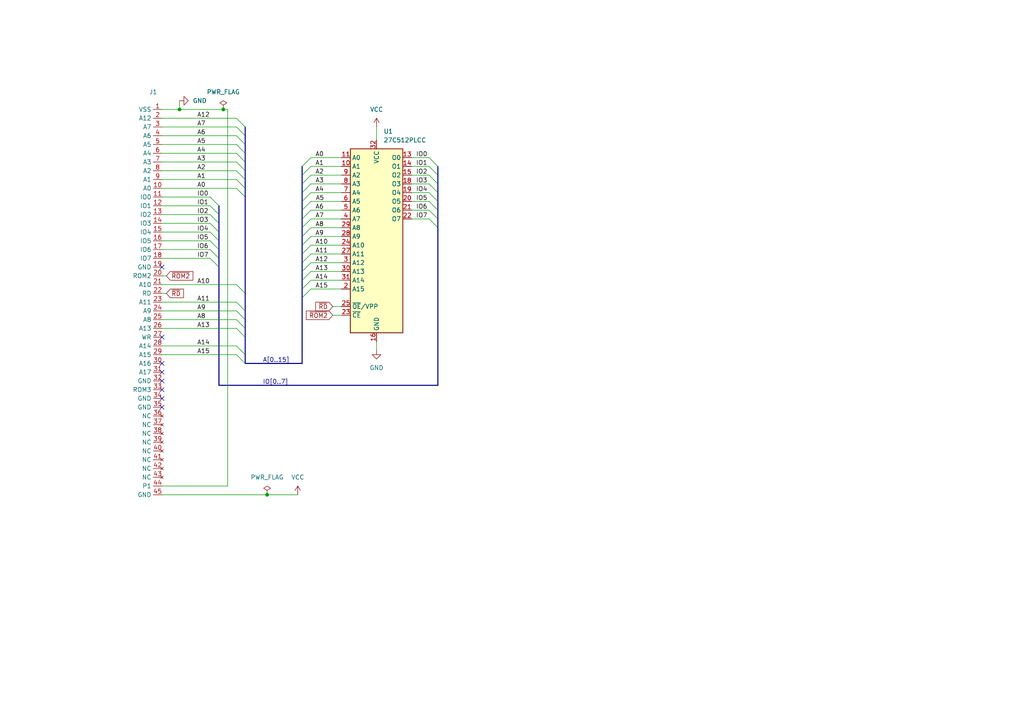
<source format=kicad_sch>
(kicad_sch (version 20211123) (generator eeschema)
  (paper "A4")
  (lib_symbols
    (symbol "Memory_EPROM:27C512PLCC"
      (property "Reference" "U" (at -7.62 26.67 0))
      (property "Value" "27C512PLCC" (at 2.54 -29.21 0))
      (symbol "27C512PLCC_1_1"
        (rectangle (start -7.62 25.4) (end 7.62 -27.94) (stroke (width 0.254)) (fill (type background)))
        (pin no_connect line (at 7.62 -17.78 180) (length 2.54) hide (name "NC") (number "1"))
        (pin input line (at -10.16 20.32 0) (length 2.54) (name "A1") (number "10"))
        (pin input line (at -10.16 22.86 0) (length 2.54) (name "A0") (number "11"))
        (pin no_connect line (at 7.62 -22.86 180) (length 2.54) hide (name "NC") (number "12"))
        (pin tri_state line (at 10.16 22.86 180) (length 2.54) (name "O0") (number "13"))
        (pin tri_state line (at 10.16 20.32 180) (length 2.54) (name "O1") (number "14"))
        (pin tri_state line (at 10.16 17.78 180) (length 2.54) (name "O2") (number "15"))
        (pin power_in line (at 0 -30.48 90) (length 2.54) (name "GND") (number "16"))
        (pin no_connect line (at 7.62 -20.32 180) (length 2.54) hide (name "NC") (number "17"))
        (pin tri_state line (at 10.16 15.24 180) (length 2.54) (name "O3") (number "18"))
        (pin tri_state line (at 10.16 12.7 180) (length 2.54) (name "O4") (number "19"))
        (pin input line (at -10.16 -15.24 0) (length 2.54) (name "A15") (number "2"))
        (pin tri_state line (at 10.16 10.16 180) (length 2.54) (name "O5") (number "20"))
        (pin tri_state line (at 10.16 7.62 180) (length 2.54) (name "O6") (number "21"))
        (pin tri_state line (at 10.16 5.08 180) (length 2.54) (name "O7") (number "22"))
        (pin input line (at -10.16 -22.86 0) (length 2.54) (name "~{CE}") (number "23"))
        (pin input line (at -10.16 -2.54 0) (length 2.54) (name "A10") (number "24"))
        (pin input line (at -10.16 -20.32 0) (length 2.54) (name "~{OE}/VPP") (number "25"))
        (pin no_connect line (at 7.62 -25.4 180) (length 2.54) hide (name "NC") (number "26"))
        (pin input line (at -10.16 -5.08 0) (length 2.54) (name "A11") (number "27"))
        (pin input line (at -10.16 0 0) (length 2.54) (name "A9") (number "28"))
        (pin input line (at -10.16 2.54 0) (length 2.54) (name "A8") (number "29"))
        (pin input line (at -10.16 -7.62 0) (length 2.54) (name "A12") (number "3"))
        (pin input line (at -10.16 -10.16 0) (length 2.54) (name "A13") (number "30"))
        (pin input line (at -10.16 -12.7 0) (length 2.54) (name "A14") (number "31"))
        (pin power_in line (at 0 27.94 270) (length 2.54) (name "VCC") (number "32"))
        (pin input line (at -10.16 5.08 0) (length 2.54) (name "A7") (number "4"))
        (pin input line (at -10.16 7.62 0) (length 2.54) (name "A6") (number "5"))
        (pin input line (at -10.16 10.16 0) (length 2.54) (name "A5") (number "6"))
        (pin input line (at -10.16 12.7 0) (length 2.54) (name "A4") (number "7"))
        (pin input line (at -10.16 15.24 0) (length 2.54) (name "A3") (number "8"))
        (pin input line (at -10.16 17.78 0) (length 2.54) (name "A2") (number "9"))
      )
    )
    (symbol "custom:casio_connector_45pins"
      (property "Reference" "J" (at 0 2.54 0))
      (property "Value" "casio_connector_45pins" (at 0 0 0))
      (symbol "casio_connector_45pins_1_1"
        (pin passive line (at 2.54 -2.54 180) (length 2.54) (name "VSS") (number "1"))
        (pin passive line (at 2.54 -25.4 180) (length 2.54) (name "A0") (number "10"))
        (pin passive line (at 2.54 -27.94 180) (length 2.54) (name "IO0") (number "11"))
        (pin passive line (at 2.54 -30.48 180) (length 2.54) (name "IO1") (number "12"))
        (pin passive line (at 2.54 -33.02 180) (length 2.54) (name "IO2") (number "13"))
        (pin passive line (at 2.54 -35.56 180) (length 2.54) (name "IO3") (number "14"))
        (pin passive line (at 2.54 -38.1 180) (length 2.54) (name "IO4") (number "15"))
        (pin passive line (at 2.54 -40.64 180) (length 2.54) (name "IO5") (number "16"))
        (pin passive line (at 2.54 -43.18 180) (length 2.54) (name "IO6") (number "17"))
        (pin passive line (at 2.54 -45.72 180) (length 2.54) (name "IO7") (number "18"))
        (pin passive line (at 2.54 -48.26 180) (length 2.54) (name "GND") (number "19"))
        (pin passive line (at 2.54 -5.08 180) (length 2.54) (name "A12") (number "2"))
        (pin passive line (at 2.54 -50.8 180) (length 2.54) (name "ROM2") (number "20"))
        (pin passive line (at 2.54 -53.34 180) (length 2.54) (name "A10") (number "21"))
        (pin passive line (at 2.54 -55.88 180) (length 2.54) (name "RD") (number "22"))
        (pin passive line (at 2.54 -58.42 180) (length 2.54) (name "A11") (number "23"))
        (pin passive line (at 2.54 -60.96 180) (length 2.54) (name "A9") (number "24"))
        (pin passive line (at 2.54 -63.5 180) (length 2.54) (name "A8") (number "25"))
        (pin passive line (at 2.54 -66.04 180) (length 2.54) (name "A13") (number "26"))
        (pin passive line (at 2.54 -68.58 180) (length 2.54) (name "WR") (number "27"))
        (pin passive line (at 2.54 -71.12 180) (length 2.54) (name "A14") (number "28"))
        (pin passive line (at 2.54 -73.66 180) (length 2.54) (name "A15") (number "29"))
        (pin passive line (at 2.54 -7.62 180) (length 2.54) (name "A7") (number "3"))
        (pin passive line (at 2.54 -76.2 180) (length 2.54) (name "A16") (number "30"))
        (pin passive line (at 2.54 -78.74 180) (length 2.54) (name "A17") (number "31"))
        (pin passive line (at 2.54 -81.28 180) (length 2.54) (name "GND") (number "32"))
        (pin passive line (at 2.54 -83.82 180) (length 2.54) (name "ROM3") (number "33"))
        (pin passive line (at 2.54 -86.36 180) (length 2.54) (name "GND") (number "34"))
        (pin passive line (at 2.54 -88.9 180) (length 2.54) (name "GND") (number "35"))
        (pin no_connect line (at 2.54 -91.44 180) (length 2.54) (name "NC") (number "36"))
        (pin no_connect line (at 2.54 -93.98 180) (length 2.54) (name "NC") (number "37"))
        (pin no_connect line (at 2.54 -96.52 180) (length 2.54) (name "NC") (number "38"))
        (pin no_connect line (at 2.54 -99.06 180) (length 2.54) (name "NC") (number "39"))
        (pin passive line (at 2.54 -10.16 180) (length 2.54) (name "A6") (number "4"))
        (pin no_connect line (at 2.54 -101.6 180) (length 2.54) (name "NC") (number "40"))
        (pin no_connect line (at 2.54 -104.14 180) (length 2.54) (name "NC") (number "41"))
        (pin no_connect line (at 2.54 -106.68 180) (length 2.54) (name "NC") (number "42"))
        (pin no_connect line (at 2.54 -109.22 180) (length 2.54) (name "NC") (number "43"))
        (pin passive line (at 2.54 -111.76 180) (length 2.54) (name "P1") (number "44"))
        (pin passive line (at 2.54 -114.3 180) (length 2.54) (name "GND") (number "45"))
        (pin passive line (at 2.54 -12.7 180) (length 2.54) (name "A5") (number "5"))
        (pin passive line (at 2.54 -15.24 180) (length 2.54) (name "A4") (number "6"))
        (pin passive line (at 2.54 -17.78 180) (length 2.54) (name "A3") (number "7"))
        (pin passive line (at 2.54 -20.32 180) (length 2.54) (name "A2") (number "8"))
        (pin passive line (at 2.54 -22.86 180) (length 2.54) (name "A1") (number "9"))
      )
    )
    (symbol "power:GND" (power) (pin_names (offset 0))
      (property "Value" "GND" (at 0 -3.81 0))
      (symbol "GND_0_1"
        (polyline (pts (xy 0 0) (xy 0 -1.27) (xy 1.27 -1.27) (xy 0 -2.54) (xy -1.27 -1.27) (xy 0 -1.27)))
      )
      (symbol "GND_1_1"
        (pin power_in line (at 0 0 270) (length 0) hide (name "GND") (number "1"))
      )
    )
    (symbol "power:PWR_FLAG" (power) (pin_numbers hide) (pin_names (offset 0) hide)
      (property "Value" "PWR_FLAG" (at 0 3.81 0))
      (symbol "PWR_FLAG_0_0"
        (pin power_out line (at 0 0 90) (length 0) (name "pwr") (number "1"))
      )
      (symbol "PWR_FLAG_0_1"
        (polyline (pts (xy 0 0) (xy 0 1.27) (xy -1.016 1.905) (xy 0 2.54) (xy 1.016 1.905) (xy 0 1.27)))
      )
    )
    (symbol "power:VCC" (power) (pin_names (offset 0))
      (property "Value" "VCC" (at 0 3.81 0))
      (symbol "VCC_0_1"
        (polyline (pts (xy -0.762 1.27) (xy 0 2.54)))
        (polyline (pts (xy 0 0) (xy 0 2.54)))
        (polyline (pts (xy 0 2.54) (xy 0.762 1.27)))
      )
      (symbol "VCC_1_1"
        (pin power_in line (at 0 0 90) (length 0) hide (name "VCC") (number "1"))
      )
    )
  )
  (junction (at 77.47 143.51))
  (junction (at 52.07 31.75))
  (junction (at 64.77 31.75))
  (no_connect (at 46.99 97.79))
  (no_connect (at 46.99 105.41))
  (no_connect (at 46.99 107.95))
  (no_connect (at 46.99 77.47))
  (no_connect (at 46.99 110.49))
  (no_connect (at 46.99 113.03))
  (no_connect (at 46.99 115.57))
  (no_connect (at 46.99 118.11))
  (bus_entry (at 124.46 53.34) (size 2.54 2.54))
  (bus_entry (at 124.46 50.8) (size 2.54 2.54))
  (bus_entry (at 124.46 48.26) (size 2.54 2.54))
  (bus_entry (at 124.46 45.72) (size 2.54 2.54))
  (bus_entry (at 124.46 55.88) (size 2.54 2.54))
  (bus_entry (at 60.96 69.85) (size 2.54 2.54))
  (bus_entry (at 60.96 72.39) (size 2.54 2.54))
  (bus_entry (at 60.96 74.93) (size 2.54 2.54))
  (bus_entry (at 60.96 64.77) (size 2.54 2.54))
  (bus_entry (at 60.96 67.31) (size 2.54 2.54))
  (bus_entry (at 60.96 59.69) (size 2.54 2.54))
  (bus_entry (at 60.96 62.23) (size 2.54 2.54))
  (bus_entry (at 60.96 57.15) (size 2.54 2.54))
  (bus_entry (at 87.63 63.5) (size 2.54 -2.54))
  (bus_entry (at 87.63 60.96) (size 2.54 -2.54))
  (bus_entry (at 87.63 48.26) (size 2.54 -2.54))
  (bus_entry (at 87.63 55.88) (size 2.54 -2.54))
  (bus_entry (at 87.63 53.34) (size 2.54 -2.54))
  (bus_entry (at 87.63 50.8) (size 2.54 -2.54))
  (bus_entry (at 87.63 58.42) (size 2.54 -2.54))
  (bus_entry (at 87.63 86.36) (size 2.54 -2.54))
  (bus_entry (at 87.63 83.82) (size 2.54 -2.54))
  (bus_entry (at 87.63 81.28) (size 2.54 -2.54))
  (bus_entry (at 87.63 78.74) (size 2.54 -2.54))
  (bus_entry (at 87.63 71.12) (size 2.54 -2.54))
  (bus_entry (at 87.63 68.58) (size 2.54 -2.54))
  (bus_entry (at 87.63 66.04) (size 2.54 -2.54))
  (bus_entry (at 87.63 76.2) (size 2.54 -2.54))
  (bus_entry (at 87.63 73.66) (size 2.54 -2.54))
  (bus_entry (at 124.46 58.42) (size 2.54 2.54))
  (bus_entry (at 124.46 60.96) (size 2.54 2.54))
  (bus_entry (at 124.46 63.5) (size 2.54 2.54))
  (bus_entry (at 68.58 92.71) (size 2.54 2.54))
  (bus_entry (at 68.58 100.33) (size 2.54 2.54))
  (bus_entry (at 68.58 95.25) (size 2.54 2.54))
  (bus_entry (at 68.58 102.87) (size 2.54 2.54))
  (bus_entry (at 68.58 82.55) (size 2.54 2.54))
  (bus_entry (at 68.58 87.63) (size 2.54 2.54))
  (bus_entry (at 68.58 90.17) (size 2.54 2.54))
  (bus_entry (at 68.58 34.29) (size 2.54 2.54))
  (bus_entry (at 68.58 36.83) (size 2.54 2.54))
  (bus_entry (at 68.58 39.37) (size 2.54 2.54))
  (bus_entry (at 68.58 41.91) (size 2.54 2.54))
  (bus_entry (at 68.58 44.45) (size 2.54 2.54))
  (bus_entry (at 68.58 46.99) (size 2.54 2.54))
  (bus_entry (at 68.58 49.53) (size 2.54 2.54))
  (bus_entry (at 68.58 52.07) (size 2.54 2.54))
  (bus_entry (at 68.58 54.61) (size 2.54 2.54))
  (bus (pts (xy 63.5 111.76) (xy 127 111.76)))
  (bus (pts (xy 127 66.04) (xy 127 111.76)))
  (wire (pts (xy 90.17 45.72) (xy 99.06 45.72)))
  (bus (pts (xy 127 48.26) (xy 127 50.8)))
  (wire (pts (xy 52.07 31.75) (xy 64.77 31.75)))
  (bus (pts (xy 63.5 69.85) (xy 63.5 72.39)))
  (wire (pts (xy 119.38 48.26) (xy 124.46 48.26)))
  (wire (pts (xy 46.99 52.07) (xy 68.58 52.07)))
  (bus (pts (xy 127 55.88) (xy 127 58.42)))
  (wire (pts (xy 96.52 91.44) (xy 99.06 91.44)))
  (bus (pts (xy 87.63 48.26) (xy 87.63 50.8)))
  (wire (pts (xy 46.99 72.39) (xy 60.96 72.39)))
  (bus (pts (xy 71.12 46.99) (xy 71.12 49.53)))
  (bus (pts (xy 71.12 90.17) (xy 71.12 92.71)))
  (bus (pts (xy 127 53.34) (xy 127 55.88)))
  (wire (pts (xy 77.47 143.51) (xy 86.36 143.51)))
  (wire (pts (xy 46.99 34.29) (xy 68.58 34.29)))
  (bus (pts (xy 71.12 36.83) (xy 71.12 39.37)))
  (bus (pts (xy 71.12 57.15) (xy 71.12 85.09)))
  (wire (pts (xy 90.17 55.88) (xy 99.06 55.88)))
  (wire (pts (xy 90.17 76.2) (xy 99.06 76.2)))
  (wire (pts (xy 46.99 49.53) (xy 68.58 49.53)))
  (wire (pts (xy 52.07 29.21) (xy 52.07 31.75)))
  (wire (pts (xy 90.17 71.12) (xy 99.06 71.12)))
  (wire (pts (xy 96.52 88.9) (xy 99.06 88.9)))
  (wire (pts (xy 90.17 73.66) (xy 99.06 73.66)))
  (bus (pts (xy 87.63 78.74) (xy 87.63 81.28)))
  (wire (pts (xy 46.99 100.33) (xy 68.58 100.33)))
  (bus (pts (xy 87.63 63.5) (xy 87.63 66.04)))
  (wire (pts (xy 46.99 87.63) (xy 68.58 87.63)))
  (bus (pts (xy 71.12 95.25) (xy 71.12 97.79)))
  (bus (pts (xy 63.5 59.69) (xy 63.5 62.23)))
  (bus (pts (xy 71.12 97.79) (xy 71.12 102.87)))
  (wire (pts (xy 46.99 102.87) (xy 68.58 102.87)))
  (wire (pts (xy 90.17 63.5) (xy 99.06 63.5)))
  (wire (pts (xy 66.04 140.97) (xy 46.99 140.97)))
  (wire (pts (xy 119.38 53.34) (xy 124.46 53.34)))
  (wire (pts (xy 90.17 58.42) (xy 99.06 58.42)))
  (wire (pts (xy 119.38 50.8) (xy 124.46 50.8)))
  (wire (pts (xy 109.22 99.06) (xy 109.22 101.6)))
  (wire (pts (xy 119.38 58.42) (xy 124.46 58.42)))
  (bus (pts (xy 127 60.96) (xy 127 63.5)))
  (wire (pts (xy 90.17 81.28) (xy 99.06 81.28)))
  (wire (pts (xy 90.17 68.58) (xy 99.06 68.58)))
  (bus (pts (xy 127 58.42) (xy 127 60.96)))
  (wire (pts (xy 46.99 95.25) (xy 68.58 95.25)))
  (bus (pts (xy 63.5 74.93) (xy 63.5 77.47)))
  (wire (pts (xy 46.99 80.01) (xy 48.26 80.01)))
  (bus (pts (xy 63.5 62.23) (xy 63.5 64.77)))
  (wire (pts (xy 90.17 66.04) (xy 99.06 66.04)))
  (wire (pts (xy 90.17 50.8) (xy 99.06 50.8)))
  (wire (pts (xy 46.99 31.75) (xy 52.07 31.75)))
  (wire (pts (xy 46.99 54.61) (xy 68.58 54.61)))
  (wire (pts (xy 90.17 48.26) (xy 99.06 48.26)))
  (wire (pts (xy 46.99 69.85) (xy 60.96 69.85)))
  (bus (pts (xy 127 63.5) (xy 127 66.04)))
  (bus (pts (xy 87.63 86.36) (xy 87.63 105.41)))
  (wire (pts (xy 46.99 90.17) (xy 68.58 90.17)))
  (bus (pts (xy 71.12 41.91) (xy 71.12 44.45)))
  (wire (pts (xy 46.99 74.93) (xy 60.96 74.93)))
  (bus (pts (xy 71.12 52.07) (xy 71.12 54.61)))
  (bus (pts (xy 71.12 39.37) (xy 71.12 41.91)))
  (wire (pts (xy 46.99 82.55) (xy 68.58 82.55)))
  (bus (pts (xy 87.63 68.58) (xy 87.63 71.12)))
  (wire (pts (xy 90.17 83.82) (xy 99.06 83.82)))
  (bus (pts (xy 87.63 81.28) (xy 87.63 83.82)))
  (wire (pts (xy 119.38 63.5) (xy 124.46 63.5)))
  (wire (pts (xy 64.77 31.75) (xy 66.04 31.75)))
  (bus (pts (xy 87.63 76.2) (xy 87.63 78.74)))
  (wire (pts (xy 46.99 92.71) (xy 68.58 92.71)))
  (bus (pts (xy 63.5 64.77) (xy 63.5 67.31)))
  (wire (pts (xy 46.99 85.09) (xy 48.26 85.09)))
  (bus (pts (xy 71.12 49.53) (xy 71.12 52.07)))
  (wire (pts (xy 119.38 55.88) (xy 124.46 55.88)))
  (bus (pts (xy 87.63 105.41) (xy 71.12 105.41)))
  (bus (pts (xy 71.12 44.45) (xy 71.12 46.99)))
  (wire (pts (xy 46.99 39.37) (xy 68.58 39.37)))
  (bus (pts (xy 127 50.8) (xy 127 53.34)))
  (wire (pts (xy 119.38 45.72) (xy 124.46 45.72)))
  (wire (pts (xy 46.99 143.51) (xy 77.47 143.51)))
  (bus (pts (xy 87.63 60.96) (xy 87.63 63.5)))
  (wire (pts (xy 90.17 78.74) (xy 99.06 78.74)))
  (wire (pts (xy 90.17 60.96) (xy 99.06 60.96)))
  (bus (pts (xy 87.63 83.82) (xy 87.63 86.36)))
  (wire (pts (xy 46.99 59.69) (xy 60.96 59.69)))
  (bus (pts (xy 63.5 67.31) (xy 63.5 69.85)))
  (wire (pts (xy 119.38 60.96) (xy 124.46 60.96)))
  (bus (pts (xy 87.63 50.8) (xy 87.63 53.34)))
  (bus (pts (xy 63.5 77.47) (xy 63.5 111.76)))
  (wire (pts (xy 46.99 62.23) (xy 60.96 62.23)))
  (bus (pts (xy 63.5 72.39) (xy 63.5 74.93)))
  (bus (pts (xy 71.12 102.87) (xy 71.12 105.41)))
  (bus (pts (xy 87.63 66.04) (xy 87.63 68.58)))
  (wire (pts (xy 46.99 36.83) (xy 68.58 36.83)))
  (bus (pts (xy 87.63 53.34) (xy 87.63 55.88)))
  (bus (pts (xy 87.63 71.12) (xy 87.63 73.66)))
  (wire (pts (xy 66.04 31.75) (xy 66.04 140.97)))
  (wire (pts (xy 46.99 64.77) (xy 60.96 64.77)))
  (bus (pts (xy 87.63 58.42) (xy 87.63 60.96)))
  (wire (pts (xy 46.99 46.99) (xy 68.58 46.99)))
  (bus (pts (xy 87.63 73.66) (xy 87.63 76.2)))
  (bus (pts (xy 71.12 92.71) (xy 71.12 95.25)))
  (wire (pts (xy 46.99 57.15) (xy 60.96 57.15)))
  (wire (pts (xy 46.99 67.31) (xy 60.96 67.31)))
  (bus (pts (xy 71.12 54.61) (xy 71.12 57.15)))
  (wire (pts (xy 109.22 36.83) (xy 109.22 40.64)))
  (bus (pts (xy 87.63 55.88) (xy 87.63 58.42)))
  (bus (pts (xy 71.12 85.09) (xy 71.12 90.17)))
  (wire (pts (xy 46.99 44.45) (xy 68.58 44.45)))
  (wire (pts (xy 90.17 53.34) (xy 99.06 53.34)))
  (wire (pts (xy 46.99 41.91) (xy 68.58 41.91)))
  (label "IO4" (at 120.65 55.88 0))
  (label "A5" (at 57.15 41.91 0))
  (label "A2" (at 57.15 49.53 0))
  (label "A13" (at 57.15 95.25 0))
  (label "IO6" (at 57.15 72.39 0))
  (label "A7" (at 91.44 63.5 0))
  (label "IO3" (at 120.65 53.34 0))
  (label "A2" (at 91.44 50.8 0))
  (label "A15" (at 91.44 83.82 0))
  (label "A13" (at 91.44 78.74 0))
  (label "A3" (at 57.15 46.99 0))
  (label "A14" (at 91.44 81.28 0))
  (label "A8" (at 91.44 66.04 0))
  (label "A[0..15]" (at 76.2 105.41 0))
  (label "A11" (at 91.44 73.66 0))
  (label "A4" (at 91.44 55.88 0))
  (label "IO6" (at 120.65 60.96 0))
  (label "IO[0..7]" (at 76.2 111.76 0))
  (label "IO3" (at 57.15 64.77 0))
  (label "IO0" (at 120.65 45.72 0))
  (label "IO1" (at 120.65 48.26 0))
  (label "A9" (at 57.15 90.17 0))
  (label "IO4" (at 57.15 67.31 0))
  (label "A3" (at 91.44 53.34 0))
  (label "A14" (at 57.15 100.33 0))
  (label "IO7" (at 120.65 63.5 0))
  (label "A0" (at 91.44 45.72 0))
  (label "A5" (at 91.5336 58.42 0))
  (label "A10" (at 57.15 82.55 0))
  (label "A6" (at 57.15 39.37 0))
  (label "A12" (at 91.44 76.2 0))
  (label "IO0" (at 57.15 57.15 0))
  (label "A8" (at 57.15 92.71 0))
  (label "A11" (at 57.15 87.63 0))
  (label "A15" (at 57.15 102.87 0))
  (label "A7" (at 57.15 36.83 0))
  (label "A4" (at 57.15 44.45 0))
  (label "IO1" (at 57.15 59.69 0))
  (label "A10" (at 91.44 71.12 0))
  (label "IO5" (at 57.15 69.85 0))
  (label "A12" (at 57.15 34.29 0))
  (label "A9" (at 91.44 68.58 0))
  (label "IO2" (at 57.15 62.23 0))
  (label "A6" (at 91.44 60.96 0))
  (label "IO7" (at 57.15 74.93 0))
  (label "A0" (at 57.15 54.61 0))
  (label "A1" (at 91.44 48.26 0))
  (label "A1" (at 57.15 52.07 0))
  (label "IO5" (at 120.65 58.42 0))
  (label "IO2" (at 120.65 50.8 0))
  (global_label "~{RD}" (shape input) (at 96.52 88.9 180) (property "Intersheet References" "${INTERSHEET_REFS}" (effects hide)))
  (global_label "~{ROM2}" (shape input) (at 96.52 91.44 180) (property "Intersheet References" "${INTERSHEET_REFS}" (effects hide)))
  (global_label "~{ROM2}" (shape input) (at 48.26 80.01 0) (property "Intersheet References" "${INTERSHEET_REFS}" (effects hide)))
  (global_label "~{RD}" (shape input) (at 48.26 85.09 0) (property "Intersheet References" "${INTERSHEET_REFS}" (effects hide)))
  (symbol (lib_id "power:PWR_FLAG") (at 77.47 143.51 0) (unit 1)
    (property "Reference" "#FLG0102" (effects hide))
    (property "Value" "PWR_FLAG" (at 77.47 138.43 0))
  )
  (symbol (lib_id "power:PWR_FLAG") (at 64.77 31.75 0) (unit 1)
    (property "Reference" "#FLG0101" (effects hide))
    (property "Value" "PWR_FLAG" (at 64.77 26.67 0))
  )
  (symbol (lib_id "Memory_EPROM:27C512PLCC") (at 109.22 68.58 0) (unit 1)
    (property "Reference" "U1" (at 111.2394 38.1 0) (effects (justify left)))
    (property "Value" "27C512PLCC" (at 111.2394 40.64 0) (effects (justify left)))
    (property "Footprint" "Package_LCC:PLCC-32_11.4x14.0mm_P1.27mm" (effects hide))
    (property "Datasheet" "http://ww1.microchip.com/downloads/en/DeviceDoc/doc0015.pdf" (effects hide))
  )
  (symbol (lib_id "power:GND") (at 109.22 101.6 0) (unit 1)
    (property "Reference" "#PWR0102" (effects hide))
    (property "Value" "GND" (at 109.22 106.68 0))
  )
  (symbol (lib_id "power:VCC") (at 109.22 36.83 0) (unit 1)
    (property "Reference" "#PWR0101" (effects hide))
    (property "Value" "VCC" (at 109.22 31.75 0))
  )
  (symbol (lib_id "power:VCC") (at 86.36 143.51 0) (unit 1)
    (property "Reference" "#PWR0103" (effects hide))
    (property "Value" "VCC" (at 86.36 138.43 0))
  )
  (symbol (lib_id "power:GND") (at 52.07 29.21 90) (unit 1)
    (property "Reference" "#PWR0104" (effects hide))
    (property "Value" "GND" (at 55.88 29.2099 90) (effects (justify right)))
  )
  (symbol (lib_id "custom:casio_connector_45pins") (at 44.45 29.21 0) (unit 1)
    (property "Reference" "J1" (at 44.45 26.67 0))
    (property "Value" "casio_connector_45pins" (effects hide))
  )
)
</source>
